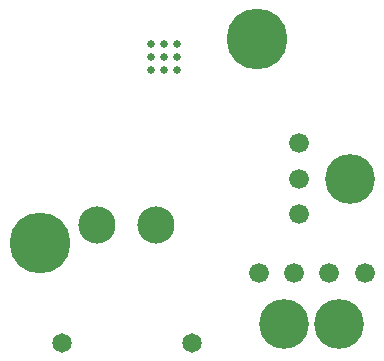
<source format=gbs>
G04*
G04 #@! TF.GenerationSoftware,Altium Limited,Altium Designer,22.0.2 (36)*
G04*
G04 Layer_Color=16711935*
%FSLAX25Y25*%
%MOIN*%
G70*
G04*
G04 #@! TF.SameCoordinates,CF928A09-1532-4027-B1E1-A307E99A3D78*
G04*
G04*
G04 #@! TF.FilePolarity,Negative*
G04*
G01*
G75*
%ADD35C,0.12402*%
%ADD36C,0.06496*%
%ADD37C,0.16591*%
%ADD38C,0.06591*%
%ADD39C,0.20276*%
%ADD40C,0.02559*%
D35*
X31657Y-74315D02*
D03*
X51342D02*
D03*
D36*
X63153Y-113685D02*
D03*
X19847D02*
D03*
D37*
X116000Y-59000D02*
D03*
X93950Y-107500D02*
D03*
X112450D02*
D03*
D38*
X99000Y-70800D02*
D03*
Y-59000D02*
D03*
Y-47200D02*
D03*
X85500Y-90500D02*
D03*
X97300D02*
D03*
X109100D02*
D03*
X120900D02*
D03*
D39*
X85000Y-12500D02*
D03*
X12500Y-80500D02*
D03*
D40*
X49669Y-22831D02*
D03*
Y-18500D02*
D03*
Y-14169D02*
D03*
X54000Y-22831D02*
D03*
Y-18500D02*
D03*
Y-14169D02*
D03*
X58331Y-22831D02*
D03*
Y-18500D02*
D03*
Y-14169D02*
D03*
M02*

</source>
